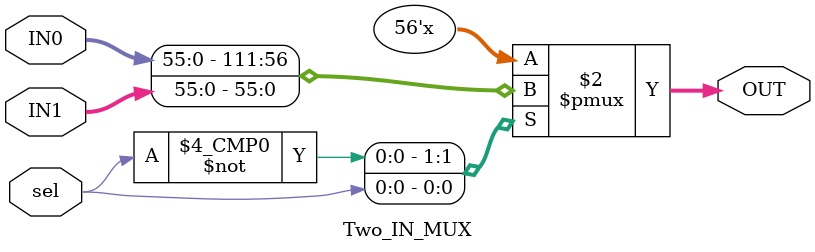
<source format=v>
module Two_IN_MUX #(parameter width =56) (
    input wire  [width-1:0]  IN0,
    input wire  [width-1:0]  IN1,
    input wire               sel,
    output reg  [width-1:0]  OUT
);

always @(*) 
 begin

    case (sel)
        1'b0: OUT = IN0;
        1'b1: OUT = IN1;
        default: OUT = 'd1; 
    endcase   
end
    
endmodule
</source>
